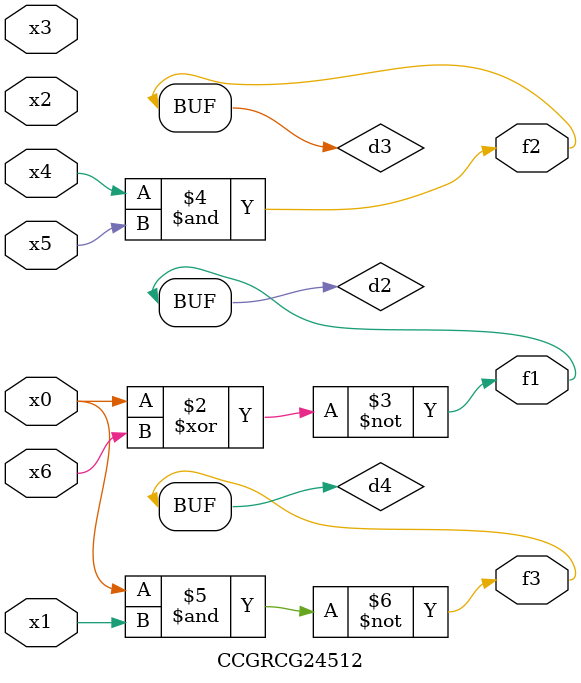
<source format=v>
module CCGRCG24512(
	input x0, x1, x2, x3, x4, x5, x6,
	output f1, f2, f3
);

	wire d1, d2, d3, d4;

	nor (d1, x0);
	xnor (d2, x0, x6);
	and (d3, x4, x5);
	nand (d4, x0, x1);
	assign f1 = d2;
	assign f2 = d3;
	assign f3 = d4;
endmodule

</source>
